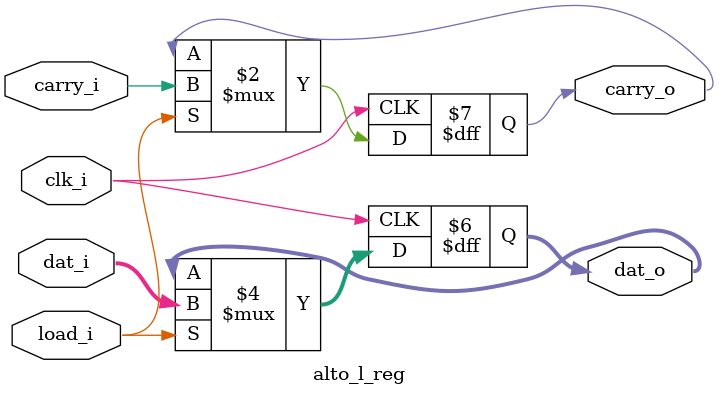
<source format=v>
`timescale 1ns / 1ps
module alto_l_reg (
	input             clk_i,
	
	input             load_i,
	input      [15:0] dat_i,
	input             carry_i,
	output reg [15:0] dat_o,
	output reg        carry_o
);

	always @ (posedge clk_i)
		if(load_i)
		begin
			dat_o <= dat_i;
			carry_o <= carry_i;
		end

endmodule

</source>
